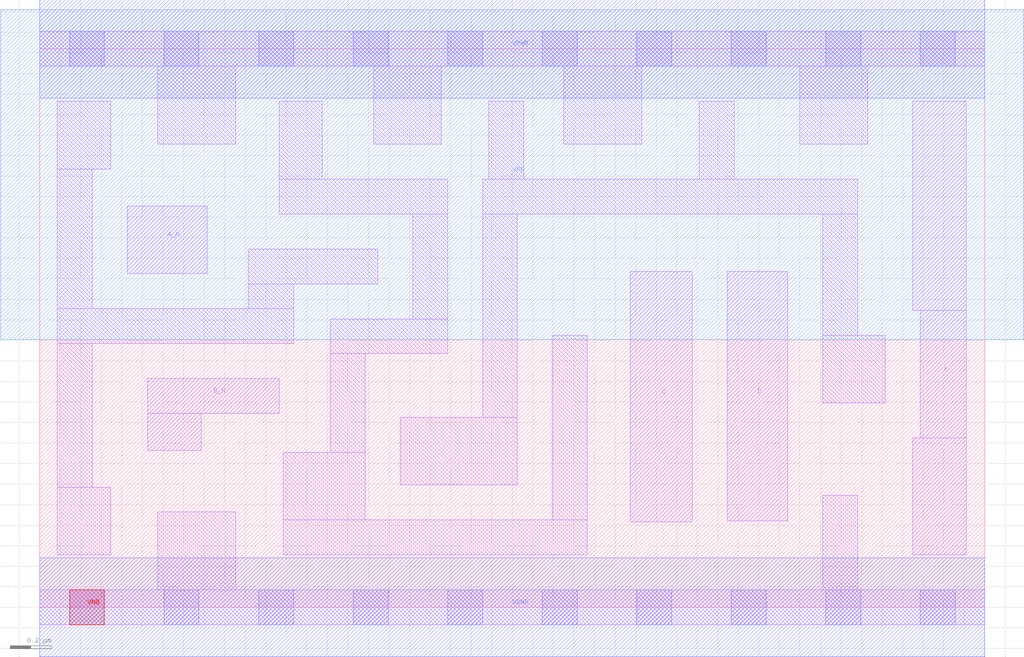
<source format=lef>
# Copyright 2020 The SkyWater PDK Authors
#
# Licensed under the Apache License, Version 2.0 (the "License");
# you may not use this file except in compliance with the License.
# You may obtain a copy of the License at
#
#     https://www.apache.org/licenses/LICENSE-2.0
#
# Unless required by applicable law or agreed to in writing, software
# distributed under the License is distributed on an "AS IS" BASIS,
# WITHOUT WARRANTIES OR CONDITIONS OF ANY KIND, either express or implied.
# See the License for the specific language governing permissions and
# limitations under the License.
#
# SPDX-License-Identifier: Apache-2.0

VERSION 5.7 ;
  NOWIREEXTENSIONATPIN ON ;
  DIVIDERCHAR "/" ;
  BUSBITCHARS "[]" ;
PROPERTYDEFINITIONS
  MACRO maskLayoutSubType STRING ;
  MACRO prCellType STRING ;
  MACRO originalViewName STRING ;
END PROPERTYDEFINITIONS
MACRO sky130_fd_sc_hdll__and4bb_1
  CLASS CORE ;
  FOREIGN sky130_fd_sc_hdll__and4bb_1 ;
  ORIGIN  0.000000  0.000000 ;
  SIZE  4.600000 BY  2.720000 ;
  SYMMETRY X Y R90 ;
  SITE unithd ;
  PIN A_N
    ANTENNAGATEAREA  0.138600 ;
    DIRECTION INPUT ;
    USE SIGNAL ;
    PORT
      LAYER li1 ;
        RECT 0.425000 1.625000 0.815000 1.955000 ;
    END
  END A_N
  PIN B_N
    ANTENNAGATEAREA  0.138600 ;
    DIRECTION INPUT ;
    USE SIGNAL ;
    PORT
      LAYER li1 ;
        RECT 0.525000 0.765000 0.785000 0.945000 ;
        RECT 0.525000 0.945000 1.165000 1.115000 ;
    END
  END B_N
  PIN C
    ANTENNAGATEAREA  0.138600 ;
    DIRECTION INPUT ;
    USE SIGNAL ;
    PORT
      LAYER li1 ;
        RECT 2.875000 0.415000 3.175000 1.635000 ;
    END
  END C
  PIN D
    ANTENNAGATEAREA  0.138600 ;
    DIRECTION INPUT ;
    USE SIGNAL ;
    PORT
      LAYER li1 ;
        RECT 3.345000 0.420000 3.640000 1.635000 ;
    END
  END D
  PIN X
    ANTENNADIFFAREA  0.439000 ;
    DIRECTION OUTPUT ;
    USE SIGNAL ;
    PORT
      LAYER li1 ;
        RECT 4.250000 0.255000 4.510000 0.825000 ;
        RECT 4.250000 1.445000 4.510000 2.465000 ;
        RECT 4.285000 0.825000 4.510000 1.445000 ;
    END
  END X
  PIN VGND
    DIRECTION INOUT ;
    USE GROUND ;
    PORT
      LAYER met1 ;
        RECT 0.000000 -0.240000 4.600000 0.240000 ;
    END
  END VGND
  PIN VNB
    DIRECTION INOUT ;
    USE GROUND ;
    PORT
      LAYER pwell ;
        RECT 0.145000 -0.085000 0.315000 0.085000 ;
    END
  END VNB
  PIN VPB
    DIRECTION INOUT ;
    USE POWER ;
    PORT
      LAYER nwell ;
        RECT -0.190000 1.305000 4.790000 2.910000 ;
    END
  END VPB
  PIN VPWR
    DIRECTION INOUT ;
    USE POWER ;
    PORT
      LAYER met1 ;
        RECT 0.000000 2.480000 4.600000 2.960000 ;
    END
  END VPWR
  OBS
    LAYER li1 ;
      RECT 0.000000 -0.085000 4.600000 0.085000 ;
      RECT 0.000000  2.635000 4.600000 2.805000 ;
      RECT 0.085000  0.255000 0.345000 0.585000 ;
      RECT 0.085000  0.585000 0.255000 1.285000 ;
      RECT 0.085000  1.285000 1.235000 1.455000 ;
      RECT 0.085000  1.455000 0.255000 2.135000 ;
      RECT 0.085000  2.135000 0.345000 2.465000 ;
      RECT 0.575000  0.085000 0.955000 0.465000 ;
      RECT 0.575000  2.255000 0.955000 2.635000 ;
      RECT 1.015000  1.455000 1.235000 1.575000 ;
      RECT 1.015000  1.575000 1.645000 1.745000 ;
      RECT 1.165000  1.915000 1.985000 2.085000 ;
      RECT 1.165000  2.085000 1.375000 2.465000 ;
      RECT 1.185000  0.255000 2.665000 0.425000 ;
      RECT 1.185000  0.425000 1.585000 0.755000 ;
      RECT 1.415000  0.755000 1.585000 1.235000 ;
      RECT 1.415000  1.235000 1.985000 1.405000 ;
      RECT 1.625000  2.255000 1.955000 2.635000 ;
      RECT 1.755000  0.595000 2.325000 0.925000 ;
      RECT 1.815000  1.405000 1.985000 1.915000 ;
      RECT 2.155000  0.925000 2.325000 1.915000 ;
      RECT 2.155000  1.915000 3.980000 2.085000 ;
      RECT 2.185000  2.085000 2.355000 2.465000 ;
      RECT 2.495000  0.425000 2.665000 1.325000 ;
      RECT 2.550000  2.255000 2.930000 2.635000 ;
      RECT 3.210000  2.085000 3.380000 2.465000 ;
      RECT 3.700000  2.255000 4.030000 2.635000 ;
      RECT 3.810000  0.085000 3.980000 0.545000 ;
      RECT 3.810000  0.995000 4.115000 1.325000 ;
      RECT 3.810000  1.325000 3.980000 1.915000 ;
    LAYER mcon ;
      RECT 0.145000 -0.085000 0.315000 0.085000 ;
      RECT 0.145000  2.635000 0.315000 2.805000 ;
      RECT 0.605000 -0.085000 0.775000 0.085000 ;
      RECT 0.605000  2.635000 0.775000 2.805000 ;
      RECT 1.065000 -0.085000 1.235000 0.085000 ;
      RECT 1.065000  2.635000 1.235000 2.805000 ;
      RECT 1.525000 -0.085000 1.695000 0.085000 ;
      RECT 1.525000  2.635000 1.695000 2.805000 ;
      RECT 1.985000 -0.085000 2.155000 0.085000 ;
      RECT 1.985000  2.635000 2.155000 2.805000 ;
      RECT 2.445000 -0.085000 2.615000 0.085000 ;
      RECT 2.445000  2.635000 2.615000 2.805000 ;
      RECT 2.905000 -0.085000 3.075000 0.085000 ;
      RECT 2.905000  2.635000 3.075000 2.805000 ;
      RECT 3.365000 -0.085000 3.535000 0.085000 ;
      RECT 3.365000  2.635000 3.535000 2.805000 ;
      RECT 3.825000 -0.085000 3.995000 0.085000 ;
      RECT 3.825000  2.635000 3.995000 2.805000 ;
      RECT 4.285000 -0.085000 4.455000 0.085000 ;
      RECT 4.285000  2.635000 4.455000 2.805000 ;
  END
  PROPERTY maskLayoutSubType "abstract" ;
  PROPERTY prCellType "standard" ;
  PROPERTY originalViewName "layout" ;
END sky130_fd_sc_hdll__and4bb_1
END LIBRARY

</source>
